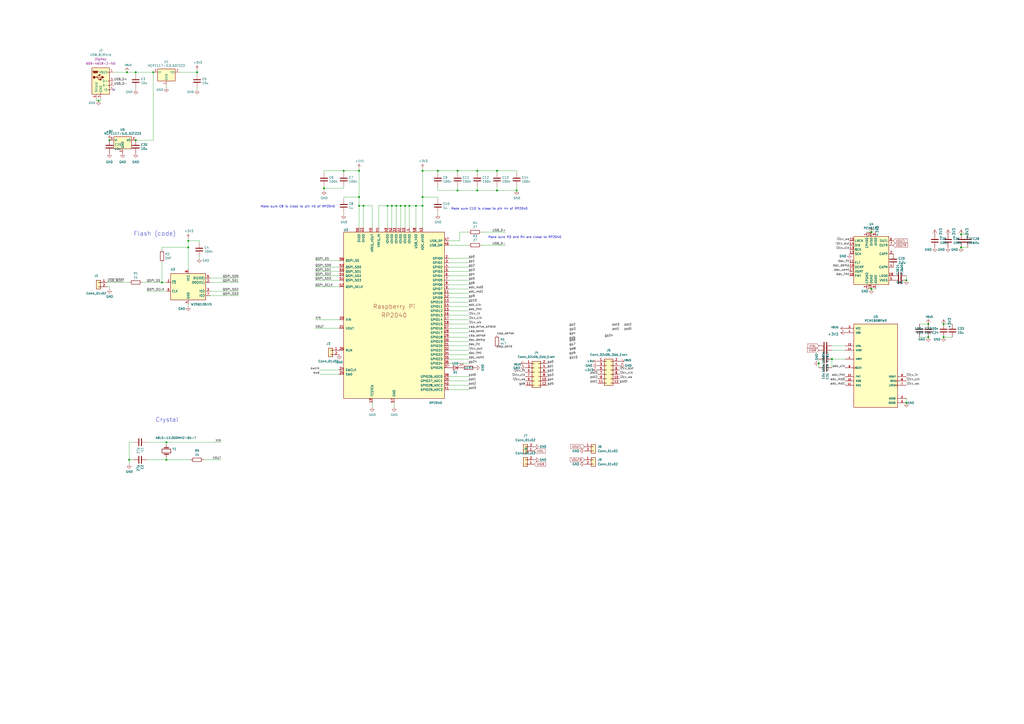
<source format=kicad_sch>
(kicad_sch (version 20211123) (generator eeschema)
  (paper "A2")
  (title_block (title "Tone Ale X") (date "2022-04-29") (rev "0") (company "Tone Age Technology"))
  (junction (at 557.53 135.89))
  (junction (at 288.29 99.06))
  (junction (at 57.15 58.42))
  (junction (at 93.98 163.83))
  (junction (at 229.87 119.38))
  (junction (at 245.11 99.06))
  (junction (at 74.93 266.7))
  (junction (at 276.86 110.49))
  (junction (at 109.22 139.7))
  (junction (at 208.28 114.3))
  (junction (at 241.3 119.38))
  (junction (at 505.46 167.64))
  (junction (at 254 99.06))
  (junction (at 187.96 109.22))
  (junction (at 557.53 143.51))
  (junction (at 232.41 119.38))
  (junction (at 265.43 99.06))
  (junction (at 482.6 208.28))
  (junction (at 547.37 187.96))
  (junction (at 210.82 119.38))
  (junction (at 234.95 119.38))
  (junction (at 299.72 110.49))
  (junction (at 208.28 99.06))
  (junction (at 78.74 41.91))
  (junction (at 114.3 41.91))
  (junction (at 63.5 81.28))
  (junction (at 245.11 114.3))
  (junction (at 224.79 119.38))
  (junction (at 73.66 41.91))
  (junction (at 474.98 210.82))
  (junction (at 237.49 119.38))
  (junction (at 538.48 195.58))
  (junction (at 265.43 110.49))
  (junction (at 96.52 266.7))
  (junction (at 288.29 110.49))
  (junction (at 525.78 162.56))
  (junction (at 199.39 99.06))
  (junction (at 208.28 119.38))
  (junction (at 88.9 41.91))
  (junction (at 538.48 187.96))
  (junction (at 505.46 134.62))
  (junction (at 227.33 119.38))
  (junction (at 96.52 256.54))
  (junction (at 547.37 195.58))
  (junction (at 109.22 143.51))
  (junction (at 78.74 81.28))
  (junction (at 276.86 99.06))
  (junction (at 245.11 119.38))
  (junction (at 525.78 233.68))
  (no_connect (at 66.04 52.07))
  (wire (pts (xy 299.72 110.49) (xy 288.29 110.49)))
  (wire (pts (xy 121.92 161.29) (xy 138.43 161.29)))
  (wire (pts (xy 182.88 162.56) (xy 196.85 162.56)))
  (wire (pts (xy 260.35 200.66) (xy 271.78 200.66)))
  (wire (pts (xy 208.28 97.79) (xy 208.28 99.06)))
  (wire (pts (xy 241.3 119.38) (xy 245.11 119.38)))
  (wire (pts (xy 227.33 132.08) (xy 227.33 119.38)))
  (wire (pts (xy 265.43 107.95) (xy 265.43 110.49)))
  (wire (pts (xy 237.49 119.38) (xy 241.3 119.38)))
  (wire (pts (xy 260.35 190.5) (xy 271.78 190.5)))
  (wire (pts (xy 93.98 143.51) (xy 109.22 143.51)))
  (wire (pts (xy 199.39 100.33) (xy 199.39 99.06)))
  (wire (pts (xy 115.57 148.59) (xy 115.57 149.86)))
  (wire (pts (xy 254 100.33) (xy 254 99.06)))
  (wire (pts (xy 88.9 81.28) (xy 88.9 41.91)))
  (wire (pts (xy 185.42 217.17) (xy 196.85 217.17)))
  (wire (pts (xy 82.55 163.83) (xy 93.98 163.83)))
  (wire (pts (xy 276.86 99.06) (xy 288.29 99.06)))
  (wire (pts (xy 245.11 114.3) (xy 254 114.3)))
  (wire (pts (xy 232.41 132.08) (xy 232.41 119.38)))
  (wire (pts (xy 93.98 163.83) (xy 96.52 163.83)))
  (wire (pts (xy 288.29 100.33) (xy 288.29 99.06)))
  (wire (pts (xy 260.35 157.48) (xy 271.78 157.48)))
  (wire (pts (xy 276.86 110.49) (xy 265.43 110.49)))
  (wire (pts (xy 78.74 50.8) (xy 78.74 52.07)))
  (wire (pts (xy 260.35 198.12) (xy 271.78 198.12)))
  (wire (pts (xy 121.92 168.91) (xy 138.43 168.91)))
  (wire (pts (xy 245.11 99.06) (xy 245.11 114.3)))
  (wire (pts (xy 182.88 157.48) (xy 196.85 157.48)))
  (wire (pts (xy 228.6 233.68) (xy 228.6 236.22)))
  (wire (pts (xy 187.96 100.33) (xy 187.96 99.06)))
  (wire (pts (xy 58.42 57.15) (xy 58.42 58.42)))
  (wire (pts (xy 96.52 265.43) (xy 96.52 266.7)))
  (wire (pts (xy 276.86 107.95) (xy 276.86 110.49)))
  (wire (pts (xy 208.28 119.38) (xy 208.28 132.08)))
  (wire (pts (xy 260.35 167.64) (xy 271.78 167.64)))
  (wire (pts (xy 241.3 132.08) (xy 241.3 119.38)))
  (wire (pts (xy 74.93 256.54) (xy 74.93 266.7)))
  (wire (pts (xy 232.41 119.38) (xy 234.95 119.38)))
  (wire (pts (xy 215.9 119.38) (xy 210.82 119.38)))
  (wire (pts (xy 260.35 149.86) (xy 271.78 149.86)))
  (wire (pts (xy 96.52 49.53) (xy 96.52 50.8)))
  (wire (pts (xy 58.42 58.42) (xy 57.15 58.42)))
  (wire (pts (xy 77.47 256.54) (xy 74.93 256.54)))
  (wire (pts (xy 182.88 185.42) (xy 196.85 185.42)))
  (wire (pts (xy 260.35 177.8) (xy 271.78 177.8)))
  (wire (pts (xy 245.11 99.06) (xy 254 99.06)))
  (wire (pts (xy 199.39 99.06) (xy 208.28 99.06)))
  (wire (pts (xy 260.35 185.42) (xy 271.78 185.42)))
  (wire (pts (xy 260.35 220.98) (xy 271.78 220.98)))
  (wire (pts (xy 561.34 135.89) (xy 557.53 135.89)))
  (wire (pts (xy 260.35 203.2) (xy 271.78 203.2)))
  (wire (pts (xy 266.7 134.62) (xy 271.78 134.62)))
  (wire (pts (xy 299.72 107.95) (xy 299.72 110.49)))
  (wire (pts (xy 196.85 166.37) (xy 182.88 166.37)))
  (wire (pts (xy 288.29 99.06) (xy 299.72 99.06)))
  (wire (pts (xy 482.6 203.2) (xy 490.22 203.2)))
  (wire (pts (xy 260.35 218.44) (xy 271.78 218.44)))
  (wire (pts (xy 265.43 99.06) (xy 276.86 99.06)))
  (wire (pts (xy 199.39 115.57) (xy 199.39 114.3)))
  (wire (pts (xy 260.35 154.94) (xy 271.78 154.94)))
  (wire (pts (xy 227.33 119.38) (xy 229.87 119.38)))
  (wire (pts (xy 260.35 175.26) (xy 271.78 175.26)))
  (wire (pts (xy 482.6 208.28) (xy 482.6 213.36)))
  (wire (pts (xy 260.35 139.7) (xy 266.7 139.7)))
  (wire (pts (xy 88.9 41.91) (xy 78.74 41.91)))
  (wire (pts (xy 474.98 208.28) (xy 474.98 210.82)))
  (wire (pts (xy 187.96 99.06) (xy 199.39 99.06)))
  (wire (pts (xy 245.11 114.3) (xy 245.11 119.38)))
  (wire (pts (xy 187.96 109.22) (xy 187.96 110.49)))
  (wire (pts (xy 502.92 134.62) (xy 505.46 134.62)))
  (wire (pts (xy 260.35 142.24) (xy 271.78 142.24)))
  (wire (pts (xy 78.74 81.28) (xy 88.9 81.28)))
  (wire (pts (xy 260.35 205.74) (xy 271.78 205.74)))
  (wire (pts (xy 109.22 176.53) (xy 109.22 177.8)))
  (wire (pts (xy 96.52 256.54) (xy 128.27 256.54)))
  (wire (pts (xy 85.09 266.7) (xy 96.52 266.7)))
  (wire (pts (xy 215.9 132.08) (xy 215.9 119.38)))
  (wire (pts (xy 199.39 123.19) (xy 199.39 124.46)))
  (wire (pts (xy 182.88 160.02) (xy 196.85 160.02)))
  (wire (pts (xy 299.72 100.33) (xy 299.72 99.06)))
  (wire (pts (xy 234.95 119.38) (xy 237.49 119.38)))
  (wire (pts (xy 109.22 143.51) (xy 109.22 156.21)))
  (wire (pts (xy 260.35 172.72) (xy 271.78 172.72)))
  (wire (pts (xy 121.92 171.45) (xy 138.43 171.45)))
  (wire (pts (xy 215.9 233.68) (xy 215.9 236.22)))
  (wire (pts (xy 260.35 152.4) (xy 271.78 152.4)))
  (wire (pts (xy 196.85 151.13) (xy 182.88 151.13)))
  (wire (pts (xy 96.52 266.7) (xy 110.49 266.7)))
  (wire (pts (xy 525.78 231.14) (xy 525.78 233.68)))
  (wire (pts (xy 210.82 119.38) (xy 208.28 119.38)))
  (wire (pts (xy 187.96 107.95) (xy 187.96 109.22)))
  (wire (pts (xy 74.93 266.7) (xy 74.93 269.24)))
  (wire (pts (xy 121.92 163.83) (xy 138.43 163.83)))
  (wire (pts (xy 210.82 132.08) (xy 210.82 119.38)))
  (wire (pts (xy 109.22 139.7) (xy 109.22 143.51)))
  (wire (pts (xy 260.35 226.06) (xy 271.78 226.06)))
  (wire (pts (xy 254 123.19) (xy 254 124.46)))
  (wire (pts (xy 561.34 143.51) (xy 557.53 143.51)))
  (wire (pts (xy 96.52 257.81) (xy 96.52 256.54)))
  (wire (pts (xy 265.43 100.33) (xy 265.43 99.06)))
  (wire (pts (xy 66.04 41.91) (xy 73.66 41.91)))
  (wire (pts (xy 505.46 167.64) (xy 508 167.64)))
  (wire (pts (xy 260.35 165.1) (xy 271.78 165.1)))
  (wire (pts (xy 114.3 50.8) (xy 114.3 52.07)))
  (wire (pts (xy 547.37 187.96) (xy 552.45 187.96)))
  (wire (pts (xy 547.37 195.58) (xy 552.45 195.58)))
  (wire (pts (xy 288.29 110.49) (xy 276.86 110.49)))
  (wire (pts (xy 104.14 41.91) (xy 114.3 41.91)))
  (wire (pts (xy 182.88 154.94) (xy 196.85 154.94)))
  (wire (pts (xy 114.3 41.91) (xy 114.3 40.64)))
  (wire (pts (xy 260.35 180.34) (xy 271.78 180.34)))
  (wire (pts (xy 208.28 99.06) (xy 208.28 114.3)))
  (wire (pts (xy 254 99.06) (xy 265.43 99.06)))
  (wire (pts (xy 260.35 195.58) (xy 271.78 195.58)))
  (wire (pts (xy 533.4 187.96) (xy 538.48 187.96)))
  (wire (pts (xy 260.35 162.56) (xy 271.78 162.56)))
  (wire (pts (xy 260.35 193.04) (xy 271.78 193.04)))
  (wire (pts (xy 254 107.95) (xy 254 110.49)))
  (wire (pts (xy 115.57 139.7) (xy 109.22 139.7)))
  (wire (pts (xy 224.79 119.38) (xy 227.33 119.38)))
  (wire (pts (xy 114.3 43.18) (xy 114.3 41.91)))
  (wire (pts (xy 260.35 187.96) (xy 271.78 187.96)))
  (wire (pts (xy 219.71 119.38) (xy 224.79 119.38)))
  (wire (pts (xy 260.35 160.02) (xy 271.78 160.02)))
  (wire (pts (xy 276.86 100.33) (xy 276.86 99.06)))
  (wire (pts (xy 245.11 97.79) (xy 245.11 99.06)))
  (wire (pts (xy 74.93 163.83) (xy 62.23 163.83)))
  (wire (pts (xy 62.23 166.37) (xy 63.5 166.37)))
  (wire (pts (xy 85.09 256.54) (xy 96.52 256.54)))
  (wire (pts (xy 237.49 119.38) (xy 237.49 132.08)))
  (wire (pts (xy 482.6 200.66) (xy 490.22 200.66)))
  (wire (pts (xy 224.79 132.08) (xy 224.79 119.38)))
  (wire (pts (xy 85.09 168.91) (xy 96.52 168.91)))
  (wire (pts (xy 219.71 132.08) (xy 219.71 119.38)))
  (wire (pts (xy 260.35 170.18) (xy 271.78 170.18)))
  (wire (pts (xy 288.29 107.95) (xy 288.29 110.49)))
  (wire (pts (xy 234.95 132.08) (xy 234.95 119.38)))
  (wire (pts (xy 229.87 132.08) (xy 229.87 119.38)))
  (wire (pts (xy 196.85 190.5) (xy 182.88 190.5)))
  (wire (pts (xy 118.11 266.7) (xy 128.27 266.7)))
  (wire (pts (xy 63.5 166.37) (xy 63.5 167.64)))
  (wire (pts (xy 533.4 195.58) (xy 538.48 195.58)))
  (wire (pts (xy 208.28 114.3) (xy 208.28 119.38)))
  (wire (pts (xy 77.47 266.7) (xy 74.93 266.7)))
  (wire (pts (xy 502.92 167.64) (xy 505.46 167.64)))
  (wire (pts (xy 199.39 109.22) (xy 199.39 107.95)))
  (wire (pts (xy 115.57 140.97) (xy 115.57 139.7)))
  (wire (pts (xy 260.35 223.52) (xy 271.78 223.52)))
  (wire (pts (xy 78.74 43.18) (xy 78.74 41.91)))
  (wire (pts (xy 185.42 214.63) (xy 196.85 214.63)))
  (wire (pts (xy 245.11 119.38) (xy 245.11 132.08)))
  (wire (pts (xy 260.35 208.28) (xy 271.78 208.28)))
  (wire (pts (xy 474.98 210.82) (xy 474.98 213.36)))
  (wire (pts (xy 93.98 144.78) (xy 93.98 143.51)))
  (wire (pts (xy 265.43 110.49) (xy 254 110.49)))
  (wire (pts (xy 55.88 57.15) (xy 55.88 58.42)))
  (wire (pts (xy 229.87 119.38) (xy 232.41 119.38)))
  (wire (pts (xy 199.39 114.3) (xy 208.28 114.3)))
  (wire (pts (xy 279.4 142.24) (xy 293.37 142.24)))
  (wire (pts (xy 279.4 134.62) (xy 293.37 134.62)))
  (wire (pts (xy 254 115.57) (xy 254 114.3)))
  (wire (pts (xy 93.98 152.4) (xy 93.98 163.83)))
  (wire (pts (xy 260.35 210.82) (xy 271.78 210.82)))
  (wire (pts (xy 482.6 208.28) (xy 490.22 208.28)))
  (wire (pts (xy 187.96 109.22) (xy 199.39 109.22)))
  (wire (pts (xy 525.78 162.56) (xy 525.78 160.02)))
  (wire (pts (xy 57.15 58.42) (xy 55.88 58.42)))
  (wire (pts (xy 73.66 41.91) (xy 78.74 41.91)))
  (wire (pts (xy 260.35 182.88) (xy 271.78 182.88)))
  (wire (pts (xy 266.7 134.62) (xy 266.7 139.7)))
  (wire (pts (xy 109.22 138.43) (xy 109.22 139.7)))
  (wire (pts (xy 508 134.62) (xy 505.46 134.62)))
  (text "Flash (code)" (at 77.47 137.16 0) (effects (font (size 2.54 2.54)) (justify left bottom)))
  (text "Make sure R3 and R4 are close to RP2040" (at 283.21 138.43 0) (effects (font (size 1.27 1.27)) (justify left bottom)))
  (text "Crystal" (at 90.17 245.11 0) (effects (font (size 2.54 2.54)) (justify left bottom)))
  (text "Make sure C10 is close to pin 44 of RP2040" (at 261.62 121.92 0) (effects (font (size 1.27 1.27)) (justify left bottom)))
  (text "Make sure C8 is close to pin 45 of RP2040" (at 151.13 120.65 0) (effects (font (size 1.27 1.27)) (justify left bottom)))
  (label "dac_xsmt" (at 271.78 208.28 0))
  (label "XIN" (at 182.88 185.42 0))
  (label "gp4" (at 317.5 220.98 0))
  (label "dac_fmt" (at 271.78 205.74 0))
  (label "gp9" (at 271.78 172.72 0))
  (label "dac_fmt" (at 492.76 160.02 180))
  (label "pot0" (at 359.41 222.25 0))
  (label "dac_xsmt" (at 492.76 157.48 180))
  (label "dac_flt" (at 271.78 200.66 0))
  (label "XOUT" (at 182.88 190.5 0))
  (label "QSPI_SD1" (at 182.88 157.48 0))
  (label "gp5" (at 317.5 223.52 0))
  (label "gp5" (at 330.2 196.85 0))
  (label "adc_clk" (at 490.22 213.36 180))
  (label "cap_sense" (at 271.78 195.58 0))
  (label "QSPI_SS" (at 85.09 163.83 0))
  (label "cap_drive_shield" (at 271.78 190.5 0))
  (label "gp4" (at 271.78 160.02 0))
  (label "gp5" (at 271.78 162.56 0))
  (label "QSPI_SD2" (at 182.88 160.02 0))
  (label "USB_D-" (at 66.04 49.53 0))
  (label "i2cv_in" (at 304.8 215.9 180))
  (label "gp3" (at 334.01 191.77 180))
  (label "pot1" (at 346.71 222.25 180))
  (label "i2cv_ws" (at 492.76 139.7 180))
  (label "i2cv_out" (at 359.41 214.63 0))
  (label "gp6" (at 271.78 165.1 0))
  (label "swclk" (at 185.42 214.63 180))
  (label "gp3" (at 271.78 157.48 0))
  (label "QSPI_SD2" (at 138.43 168.91 180))
  (label "i2cv_clk" (at 271.78 185.42 0))
  (label "swd" (at 185.42 217.17 180))
  (label "cap_sense" (at 288.29 194.31 0))
  (label "~{USB_BOOT}" (at 62.23 163.83 0))
  (label "i2cv_ws" (at 304.8 220.98 180))
  (label "i2cv_ws" (at 271.78 187.96 0))
  (label "QSPI_SCLK" (at 85.09 168.91 0))
  (label "QSPI_SD1" (at 138.43 163.83 180))
  (label "gp1" (at 271.78 152.4 0))
  (label "adc_clk" (at 271.78 177.8 0))
  (label "i2cv_in" (at 525.78 218.44 0))
  (label "pot3" (at 359.41 189.23 180))
  (label "adc_md0" (at 490.22 220.98 180))
  (label "XIN" (at 128.27 256.54 180))
  (label "gp2" (at 317.5 215.9 0))
  (label "QSPI_SCLK" (at 182.88 166.37 0))
  (label "i2cv_in" (at 271.78 182.88 0))
  (label "dac_demp" (at 492.76 154.94 180))
  (label "gp10" (at 330.2 208.28 0))
  (label "gp8" (at 334.01 203.2 180))
  (label "cap_send" (at 288.29 201.93 0))
  (label "i2cv_ws" (at 359.41 219.71 0))
  (label "gp9" (at 330.2 205.74 0))
  (label "pot1" (at 271.78 220.98 0))
  (label "adc_fmt" (at 490.22 218.44 180))
  (label "gp2" (at 330.2 189.23 0))
  (label "USB_D-" (at 293.37 142.24 180))
  (label "USB_D+" (at 66.04 46.99 0))
  (label "QSPI_SD0" (at 138.43 161.29 180))
  (label "i2cv_out" (at 492.76 142.24 180))
  (label "i2cv_clk" (at 525.78 220.98 0))
  (label "pot2" (at 271.78 223.52 0))
  (label "adc_md1" (at 271.78 170.18 0))
  (label "gp1" (at 317.5 213.36 0))
  (label "gp3" (at 317.5 218.44 0))
  (label "cap_send" (at 271.78 193.04 0))
  (label "gp6" (at 304.8 223.52 180))
  (label "i2cv_out" (at 271.78 203.2 0))
  (label "pot0" (at 271.78 218.44 0))
  (label "QSPI_SD3" (at 182.88 162.56 0))
  (label "pot2" (at 361.95 189.23 0))
  (label "QSPI_SD3" (at 138.43 171.45 180))
  (label "gp4" (at 330.2 194.31 0))
  (label "pot3" (at 346.71 217.17 180))
  (label "dac_flt" (at 492.76 152.4 180))
  (label "XOUT" (at 128.27 266.7 180))
  (label "QSPI_SD0" (at 182.88 154.94 0))
  (label "gp0" (at 317.5 210.82 0))
  (label "gp24" (at 271.78 210.82 0))
  (label "adc_md0" (at 271.78 167.64 0))
  (label "pot0" (at 361.95 191.77 0))
  (label "adc_fmt" (at 271.78 180.34 0))
  (label "gp7" (at 330.2 200.66 0))
  (label "adc_md1" (at 490.22 223.52 180))
  (label "gp2" (at 271.78 154.94 0))
  (label "QSPI_SS" (at 182.88 151.13 0))
  (label "i2cv_clk" (at 304.8 218.44 180))
  (label "pot1" (at 359.41 191.77 180))
  (label "gp24" (at 355.6 195.58 180))
  (label "dac_demp" (at 271.78 198.12 0))
  (label "USB_D+" (at 293.37 134.62 180))
  (label "gp10" (at 271.78 175.26 0))
  (label "i2cv_clk" (at 492.76 144.78 180))
  (label "i2cv_clk" (at 359.41 217.17 0))
  (label "pot2" (at 346.71 219.71 180))
  (label "gp6" (at 330.2 198.12 0))
  (label "gp0" (at 271.78 149.86 0))
  (label "pot3" (at 271.78 226.06 0))
  (label "i2cv_ws" (at 525.78 223.52 0))
  (global_label "VINR" (shape input) (at 309.88 269.24 0) (property "Intersheet References" "${INTERSHEET_REFS}" (effects hide)))
  (global_label "VOUTR" (shape input) (at 518.16 142.24 0) (property "Intersheet References" "${INTERSHEET_REFS}" (effects hide)))
  (global_label "VINL" (shape input) (at 474.98 200.66 180) (property "Intersheet References" "${INTERSHEET_REFS}" (effects hide)))
  (global_label "VINR" (shape input) (at 474.98 203.2 180) (property "Intersheet References" "${INTERSHEET_REFS}" (effects hide)))
  (global_label "VOUTL" (shape input) (at 518.16 139.7 0) (property "Intersheet References" "${INTERSHEET_REFS}" (effects hide)))
  (global_label "VOUTR" (shape input) (at 339.09 266.7 180) (property "Intersheet References" "${INTERSHEET_REFS}" (effects hide)))
  (global_label "VOUTL" (shape input) (at 339.09 259.08 180) (property "Intersheet References" "${INTERSHEET_REFS}" (effects hide)))
  (global_label "VINL" (shape input) (at 309.88 261.62 0) (property "Intersheet References" "${INTERSHEET_REFS}" (effects hide)))
  (symbol (lib_id "Device:R") (at 275.59 142.24 270) (unit 1)
    (property "Reference" "R3" (at 275.59 136.9822 90))
    (property "Value" "27" (at 275.59 139.2936 90))
    (property "Footprint" "Capacitor_SMD:C_0402_1005Metric" (effects hide))
  )
  (symbol (lib_id "Device:C") (at 518.16 151.13 0) (unit 1)
    (property "Reference" "C20" (at 521.081 149.9616 0) (effects (justify left)))
    (property "Value" "2.2u" (at 521.081 152.273 0) (effects (justify left)))
    (property "Footprint" "Capacitor_SMD:C_0402_1005Metric" (effects hide))
  )
  (symbol (lib_id "power:GND") (at 78.74 88.9 0) (unit 1)
    (property "Reference" "#PWR0120" (effects hide))
    (property "Value" "GND" (at 78.74 93.98 0))
  )
  (symbol (lib_id "power:GND") (at 215.9 236.22 0) (unit 1)
    (property "Reference" "#PWR0108" (effects hide))
    (property "Value" "GND" (at 216.027 240.6142 0))
  )
  (symbol (lib_id "power:+9V") (at 346.71 209.55 90) (unit 1)
    (property "Reference" "#PWR0136" (effects hide))
    (property "Value" "+9V" (at 340.36 209.55 90) (effects (justify right)))
  )
  (symbol (lib_id "power:GND") (at 304.8 213.36 270) (unit 1)
    (property "Reference" "#PWR0139" (effects hide))
    (property "Value" "GND" (at 299.72 213.36 90))
  )
  (symbol (lib_id "Connector_Generic:Conn_01x02") (at 304.8 269.24 180) (unit 1)
    (property "Reference" "J8" (at 304.8 260.35 0))
    (property "Value" "Conn_01x02" (at 304.8 262.89 0))
    (property "Footprint" "mylib:acjm_mhdr" (effects hide))
  )
  (symbol (lib_id "Device:C") (at 115.57 144.78 0) (unit 1)
    (property "Reference" "C4" (at 118.491 143.6116 0) (effects (justify left)))
    (property "Value" "100n" (at 118.491 145.923 0) (effects (justify left)))
    (property "Footprint" "Capacitor_SMD:C_0402_1005Metric" (effects hide))
  )
  (symbol (lib_id "Adafruit_ItsyBitsy_M0-eagle-import:VBUS") (at 302.26 210.82 90) (unit 1)
    (property "Reference" "#U$0105" (effects hide))
    (property "Value" "VBUS" (at 302.26 210.82 90) (effects (font (size 1.0668 1.0668)) (justify left bottom)))
  )
  (symbol (lib_id "power:GND") (at 505.46 167.64 0) (unit 1)
    (property "Reference" "#PWR0132" (effects hide))
    (property "Value" "GND" (at 501.65 168.91 0))
  )
  (symbol (lib_id "Device:C") (at 557.53 139.7 0) (unit 1)
    (property "Reference" "C27" (at 560.451 138.5316 0) (effects (justify left)))
    (property "Value" "100n" (at 560.451 140.843 0) (effects (justify left)))
    (property "Footprint" "Capacitor_SMD:C_0402_1005Metric" (effects hide))
  )
  (symbol (lib_id "Device:R") (at 288.29 198.12 0) (unit 1)
    (property "Reference" "R6" (at 290.068 196.9516 0) (effects (justify left)))
    (property "Value" "4k7" (at 290.068 199.263 0) (effects (justify left)))
    (property "Footprint" "Capacitor_SMD:C_0402_1005Metric" (effects hide))
  )
  (symbol (lib_id "Device:C") (at 521.97 160.02 90) (unit 1)
    (property "Reference" "C21" (at 520.8016 157.099 0) (effects (justify left)))
    (property "Value" "100n" (at 523.113 157.099 0) (effects (justify left)))
    (property "Footprint" "Capacitor_SMD:C_0402_1005Metric" (effects hide))
  )
  (symbol (lib_id "Device:C") (at 199.39 104.14 0) (unit 1)
    (property "Reference" "C7" (at 202.311 102.9716 0) (effects (justify left)))
    (property "Value" "100n" (at 202.311 105.283 0) (effects (justify left)))
    (property "Footprint" "Capacitor_SMD:C_0402_1005Metric" (effects hide))
  )
  (symbol (lib_id "Connector_Generic:Conn_01x02") (at 57.15 163.83 0) (mirror y) (unit 1)
    (property "Reference" "J1" (at 55.88 160.02 0))
    (property "Value" "Conn_01x02" (at 55.88 170.18 0))
    (property "Footprint" "Jumper:SolderJumper-2_P1.3mm_Open_TrianglePad1.0x1.5mm" (effects hide))
  )
  (symbol (lib_id "Connector_Generic:Conn_02x06_Odd_Even") (at 309.88 215.9 0) (unit 1)
    (property "Reference" "J4" (at 311.15 204.47 0))
    (property "Value" "Conn_02x06_Odd_Even" (at 311.15 207.01 0))
    (property "Footprint" "Connector_PinHeader_2.54mm:PinHeader_2x06_P2.54mm_Vertical" (effects hide))
  )
  (symbol (lib_id "power:GND") (at 254 124.46 0) (unit 1)
    (property "Reference" "#PWR0110" (effects hide))
    (property "Value" "GND" (at 254.127 128.8542 0))
  )
  (symbol (lib_id "Device:C") (at 265.43 104.14 0) (unit 1)
    (property "Reference" "C11" (at 268.351 102.9716 0) (effects (justify left)))
    (property "Value" "100n" (at 268.351 105.283 0) (effects (justify left)))
    (property "Footprint" "Capacitor_SMD:C_0402_1005Metric" (effects hide))
  )
  (symbol (lib_id "Device:C") (at 478.79 203.2 270) (unit 1)
    (property "Reference" "C18" (at 479.9584 206.121 0) (effects (justify left)))
    (property "Value" "100n" (at 477.647 206.121 0) (effects (justify left)))
    (property "Footprint" "Capacitor_SMD:C_0402_1005Metric" (effects hide))
  )
  (symbol (lib_id "power:GND") (at 309.88 259.08 90) (unit 1)
    (property "Reference" "#PWR0141" (effects hide))
    (property "Value" "GND" (at 314.96 259.08 90))
  )
  (symbol (lib_id "Device:C") (at 78.74 46.99 0) (unit 1)
    (property "Reference" "C3" (at 81.661 45.8216 0) (effects (justify left)))
    (property "Value" "10u" (at 81.661 48.133 0) (effects (justify left)))
    (property "Footprint" "Capacitor_SMD:C_0805_2012Metric" (effects hide))
  )
  (symbol (lib_id "Device:C") (at 254 104.14 0) (unit 1)
    (property "Reference" "C9" (at 256.921 102.9716 0) (effects (justify left)))
    (property "Value" "100n" (at 256.921 105.283 0) (effects (justify left)))
    (property "Footprint" "Capacitor_SMD:C_0402_1005Metric" (effects hide))
  )
  (symbol (lib_id "Device:R") (at 93.98 148.59 0) (unit 1)
    (property "Reference" "R2" (at 95.758 147.4216 0) (effects (justify left)))
    (property "Value" "DNF" (at 95.758 149.733 0) (effects (justify left)))
    (property "Footprint" "Capacitor_SMD:C_0402_1005Metric" (effects hide))
  )
  (symbol (lib_id "Device:C") (at 478.79 213.36 270) (unit 1)
    (property "Reference" "C31" (at 479.9584 216.281 0) (effects (justify left)))
    (property "Value" "10u" (at 477.647 216.281 0) (effects (justify left)))
    (property "Footprint" "Capacitor_THT:CP_Radial_D4.0mm_P1.50mm" (effects hide))
  )
  (symbol (lib_id "power:GND") (at 57.15 58.42 0) (unit 1)
    (property "Reference" "#PWR0121" (effects hide))
    (property "Value" "GND" (at 53.34 59.69 0))
  )
  (symbol (lib_id "Device:C") (at 299.72 104.14 0) (unit 1)
    (property "Reference" "C14" (at 302.641 102.9716 0) (effects (justify left)))
    (property "Value" "100n" (at 302.641 105.283 0) (effects (justify left)))
    (property "Footprint" "Capacitor_SMD:C_0402_1005Metric" (effects hide))
  )
  (symbol (lib_id "power:GND") (at 359.41 212.09 90) (unit 1)
    (property "Reference" "#PWR0140" (effects hide))
    (property "Value" "GND" (at 364.49 212.09 90))
  )
  (symbol (lib_id "Adafruit_ItsyBitsy_M0-eagle-import:+3V3") (at 547.37 185.42 0) (mirror y) (unit 1)
    (property "Reference" "#+3V0106" (effects hide))
    (property "Value" "+3V3" (at 549.91 190.5 90) (effects (font (size 1.4986 1.4986)) (justify left bottom)))
  )
  (symbol (lib_id "Device:R") (at 114.3 266.7 270) (unit 1)
    (property "Reference" "R5" (at 114.3 261.4422 90))
    (property "Value" "1k" (at 114.3 263.7536 90))
    (property "Footprint" "Capacitor_SMD:C_0402_1005Metric" (effects hide))
  )
  (symbol (lib_id "Connector_Generic:Conn_01x02") (at 304.8 261.62 180) (unit 1)
    (property "Reference" "J7" (at 304.8 252.73 0))
    (property "Value" "Conn_01x02" (at 304.8 255.27 0))
    (property "Footprint" "mylib:acjm_mhdr" (effects hide))
  )
  (symbol (lib_id "Device:C") (at 63.5 85.09 0) (unit 1)
    (property "Reference" "C29" (at 66.421 83.9216 0) (effects (justify left)))
    (property "Value" "10u" (at 66.421 86.233 0) (effects (justify left)))
    (property "Footprint" "Capacitor_SMD:C_0805_2012Metric" (effects hide))
  )
  (symbol (lib_id "Connector_Generic:Conn_01x02") (at 191.77 203.2 0) (mirror y) (unit 1)
    (property "Reference" "J3" (at 190.5 199.39 0))
    (property "Value" "Conn_01x02" (at 190.5 209.55 0))
    (property "Footprint" "Jumper:SolderJumper-2_P1.3mm_Open_TrianglePad1.0x1.5mm" (effects hide))
  )
  (symbol (lib_id "Device:C") (at 114.3 46.99 0) (unit 1)
    (property "Reference" "C5" (at 117.221 45.8216 0) (effects (justify left)))
    (property "Value" "10u" (at 117.221 48.133 0) (effects (justify left)))
    (property "Footprint" "Capacitor_SMD:C_0805_2012Metric" (effects hide))
  )
  (symbol (lib_id "power:GND") (at 547.37 195.58 0) (unit 1)
    (property "Reference" "#PWR0123" (effects hide))
    (property "Value" "GND" (at 543.56 196.85 0))
  )
  (symbol (lib_id "power:GND") (at 474.98 210.82 270) (unit 1)
    (property "Reference" "#PWR0125" (effects hide))
    (property "Value" "GND" (at 473.71 207.01 0))
  )
  (symbol (lib_id "Device:C") (at 542.29 139.7 0) (unit 1)
    (property "Reference" "C25" (at 545.211 138.5316 0) (effects (justify left)))
    (property "Value" "100n" (at 545.211 140.843 0) (effects (justify left)))
    (property "Footprint" "Capacitor_SMD:C_0402_1005Metric" (effects hide))
  )
  (symbol (lib_id "power:GND") (at 525.78 162.56 0) (unit 1)
    (property "Reference" "#PWR0127" (effects hide))
    (property "Value" "GND" (at 521.97 163.83 0))
  )
  (symbol (lib_id "Adafruit_ItsyBitsy_M0-eagle-import:+3V3") (at 549.91 133.35 0) (mirror y) (unit 1)
    (property "Reference" "#+3V0103" (effects hide))
    (property "Value" "+3V3" (at 552.45 138.43 90) (effects (font (size 1.4986 1.4986)) (justify left bottom)))
  )
  (symbol (lib_id "Regulator_Linear:NCP1117-3.3_SOT223") (at 71.12 81.28 0) (unit 1)
    (property "Reference" "U6" (at 71.12 75.1332 0))
    (property "Value" "NCP1117-5.0_SOT223" (at 71.12 77.4446 0))
    (property "Footprint" "Package_TO_SOT_SMD:SOT-223-3_TabPin2" (effects hide))
    (property "Datasheet" "http://www.onsemi.com/pub_link/Collateral/NCP1117-D.PDF" (effects hide))
  )
  (symbol (lib_id "Adafruit_ItsyBitsy_M0-eagle-import:VBUS") (at 73.66 39.37 0) (unit 1)
    (property "Reference" "#U$0101" (effects hide))
    (property "Value" "VBUS" (at 72.136 38.354 0) (effects (font (size 1.0668 1.0668)) (justify left bottom)))
  )
  (symbol (lib_id "Device:R") (at 78.74 163.83 270) (unit 1)
    (property "Reference" "R1" (at 78.74 158.5722 90))
    (property "Value" "1k" (at 78.74 160.8836 90))
    (property "Footprint" "Capacitor_SMD:C_0402_1005Metric" (effects hide))
  )
  (symbol (lib_id "Device:Crystal") (at 96.52 261.62 270) (unit 1)
    (property "Reference" "Y1" (at 99.8474 260.4516 90) (effects (justify left)))
    (property "Value" "ABLS-12.000MHZ-B4-T" (at 90.17 254 90) (effects (justify left)))
    (property "Footprint" "Shared:ABLS_crystal_12.7x04.7" (effects hide))
    (property "Datasheet" "https://abracon.com/Resonators/ABLS.pdf" (effects hide))
    (property "Part Nr" "535-10218-2-ND (digikey)" (effects hide))
  )
  (symbol (lib_id "Device:C") (at 81.28 266.7 270) (unit 1)
    (property "Reference" "C2" (at 82.4484 269.621 0) (effects (justify left)))
    (property "Value" "27p" (at 80.137 269.621 0) (effects (justify left)))
    (property "Footprint" "Capacitor_SMD:C_0402_1005Metric" (effects hide))
  )
  (symbol (lib_id ".Knowles_Connector:USB_B_Micro") (at 58.42 46.99 0) (unit 1)
    (property "Reference" "J2" (at 58.42 29.21 0))
    (property "Value" "USB_B_Micro" (at 58.42 31.75 0))
    (property "Footprint" "mylib:USB_Micro-B_Amphenol_10104110_Horizontal" (effects hide))
    (property "Datasheet" "https://www.amphenol-cs.com/media/wysiwyg/files/drawing/10118194.pdf" (effects hide))
    (property "Vendor" "Digikey" (at 58.42 34.29 0))
    (property "PN" "609-4618-2-ND" (at 58.42 36.83 0))
  )
  (symbol (lib_id "power:GND") (at 115.57 149.86 0) (unit 1)
    (property "Reference" "#PWR0102" (effects hide))
    (property "Value" "GND" (at 119.38 151.13 0))
  )
  (symbol (lib_id "power:GND") (at 71.12 88.9 0) (unit 1)
    (property "Reference" "#PWR0106" (effects hide))
    (property "Value" "GND" (at 71.12 93.98 0))
  )
  (symbol (lib_id "Device:C") (at 254 119.38 0) (unit 1)
    (property "Reference" "C10" (at 256.921 118.2116 0) (effects (justify left)))
    (property "Value" "1u" (at 256.921 120.523 0) (effects (justify left)))
    (property "Footprint" "Capacitor_SMD:C_0402_1005Metric" (effects hide))
  )
  (symbol (lib_id "power:GND") (at 309.88 266.7 90) (unit 1)
    (property "Reference" "#PWR0144" (effects hide))
    (property "Value" "GND" (at 314.96 266.7 90))
  )
  (symbol (lib_id "Device:R") (at 275.59 134.62 270) (unit 1)
    (property "Reference" "R4" (at 275.59 129.3622 90))
    (property "Value" "27" (at 275.59 131.6736 90))
    (property "Footprint" "Capacitor_SMD:C_0402_1005Metric" (effects hide))
  )
  (symbol (lib_id "Adafruit_ItsyBitsy_M0-eagle-import:+3V3") (at 505.46 132.08 0) (mirror y) (unit 1)
    (property "Reference" "#+3V0102" (effects hide))
    (property "Value" "+3V3" (at 508 137.16 90) (effects (font (size 1.4986 1.4986)) (justify left bottom)))
  )
  (symbol (lib_id "power:+1V1") (at 208.28 97.79 0) (unit 1)
    (property "Reference" "#PWR0114" (effects hide))
    (property "Value" "+1V1" (at 208.661 93.3958 0))
  )
  (symbol (lib_id "power:GND") (at 346.71 212.09 270) (unit 1)
    (property "Reference" "#PWR0135" (effects hide))
    (property "Value" "GND" (at 341.63 212.09 90))
  )
  (symbol (lib_id "power:+3V3") (at 114.3 40.64 0) (unit 1)
    (property "Reference" "#PWR0117" (effects hide))
    (property "Value" "+3V3" (at 114.681 36.2458 0))
  )
  (symbol (lib_id "Device:C") (at 187.96 104.14 0) (unit 1)
    (property "Reference" "C6" (at 190.881 102.9716 0) (effects (justify left)))
    (property "Value" "100n" (at 190.881 105.283 0) (effects (justify left)))
    (property "Footprint" "Capacitor_SMD:C_0402_1005Metric" (effects hide))
  )
  (symbol (lib_id "power:GND") (at 187.96 110.49 0) (unit 1)
    (property "Reference" "#PWR0107" (effects hide))
    (property "Value" "GND" (at 188.087 114.8842 0))
  )
  (symbol (lib_id "Connector_Generic:Conn_01x02") (at 344.17 259.08 0) (unit 1)
    (property "Reference" "J6" (at 346.71 259.0799 0) (effects (justify left)))
    (property "Value" "Conn_01x02" (at 346.71 261.6199 0) (effects (justify left)))
    (property "Footprint" "mylib:acjm_mhdr" (effects hide))
  )
  (symbol (lib_id "power:GND") (at 96.52 50.8 0) (unit 1)
    (property "Reference" "#PWR0118" (effects hide))
    (property "Value" "GND" (at 92.71 52.07 0))
  )
  (symbol (lib_id "power:GND") (at 542.29 143.51 0) (unit 1)
    (property "Reference" "#PWR0129" (effects hide))
    (property "Value" "GND" (at 538.48 144.78 0))
  )
  (symbol (lib_id "Device:R") (at 271.78 213.36 270) (unit 1)
    (property "Reference" "R7" (at 273.05 213.36 90))
    (property "Value" "1k" (at 270.51 213.36 90))
    (property "Footprint" "Capacitor_SMD:C_0402_1005Metric" (effects hide))
  )
  (symbol (lib_id "Adafruit-ItsyBitsy-M0-rescue:PCM1808PWR-PCM1808PWR") (at 508 210.82 0) (unit 1)
    (property "Reference" "U5" (at 508 183.7182 0))
    (property "Value" "PCM1808PWR" (at 508 186.0296 0))
    (property "Footprint" "pcm1808pwr:SOP65P640X120-14N" (effects hide))
    (property "PARTREV" "B" (effects hide))
    (property "MAXIMUM_PACKAGE_HEIGHT" "1.2 mm" (effects hide))
    (property "STANDARD" "IPC 7351B" (effects hide))
    (property "MANUFACTURER" "Texas Instruments" (effects hide))
  )
  (symbol (lib_id "power:GND") (at 74.93 269.24 0) (unit 1)
    (property "Reference" "#PWR0104" (effects hide))
    (property "Value" "GND" (at 75.057 273.6342 0))
  )
  (symbol (lib_id "power:GND") (at 492.76 147.32 0) (unit 1)
    (property "Reference" "#PWR0128" (effects hide))
    (property "Value" "GND" (at 488.95 148.59 0))
  )
  (symbol (lib_id "Adafruit_ItsyBitsy_M0-eagle-import:VBUS") (at 538.48 185.42 0) (unit 1)
    (property "Reference" "#U$0103" (effects hide))
    (property "Value" "VBUS" (at 536.956 184.404 0) (effects (font (size 1.0668 1.0668)) (justify left bottom)))
  )
  (symbol (lib_id "power:GND") (at 525.78 233.68 0) (unit 1)
    (property "Reference" "#PWR0122" (effects hide))
    (property "Value" "GND" (at 528.32 233.68 0))
  )
  (symbol (lib_id "Device:C") (at 276.86 104.14 0) (unit 1)
    (property "Reference" "C12" (at 279.781 102.9716 0) (effects (justify left)))
    (property "Value" "100n" (at 279.781 105.283 0) (effects (justify left)))
    (property "Footprint" "Capacitor_SMD:C_0402_1005Metric" (effects hide))
  )
  (symbol (lib_id "power:GND") (at 78.74 52.07 0) (unit 1)
    (property "Reference" "#PWR0116" (effects hide))
    (property "Value" "GND" (at 74.93 53.34 0))
  )
  (symbol (lib_id "power:GND") (at 63.5 88.9 0) (unit 1)
    (property "Reference" "#PWR0119" (effects hide))
    (property "Value" "GND" (at 63.5 93.98 0))
  )
  (symbol (lib_id "MCU_RaspberryPi_RP2040:RP2040") (at 228.6 182.88 0) (unit 1)
    (property "Reference" "U3" (at 200.66 133.35 0))
    (property "Value" "RP2040" (at 252.73 233.68 0))
    (property "Footprint" "Shared:RP2040-QFN-56" (effects hide))
    (property "Datasheet" "https://datasheets.raspberrypi.com/rp2040/rp2040-datasheet.pdf" (effects hide))
    (property "Part Nr" "2648-SC0914(13)TR-ND" (effects hide))
  )
  (symbol (lib_id "Device:C") (at 521.97 162.56 90) (unit 1)
    (property "Reference" "C22" (at 520.8016 159.639 0) (effects (justify left)))
    (property "Value" "2.2u" (at 523.113 159.639 0) (effects (justify left)))
    (property "Footprint" "Capacitor_SMD:C_0402_1005Metric" (effects hide))
  )
  (symbol (lib_id "power:GND") (at 299.72 110.49 0) (unit 1)
    (property "Reference" "#PWR0105" (effects hide))
    (property "Value" "GND" (at 299.847 114.8842 0))
  )
  (symbol (lib_id "Adafruit-ItsyBitsy-M0-rescue:PCM5102-Audio") (at 505.46 149.86 0) (unit 1)
    (property "Reference" "U4" (at 505.46 130.0226 0))
    (property "Value" "PCM5102" (at 505.46 132.334 0))
    (property "Footprint" "Package_SO:TSSOP-20_4.4x6.5mm_P0.65mm" (effects hide))
    (property "Datasheet" "http://www.ti.com/lit/ds/symlink/pcm5102.pdf" (effects hide))
  )
  (symbol (lib_id "power:GND") (at 199.39 124.46 0) (unit 1)
    (property "Reference" "#PWR0112" (effects hide))
    (property "Value" "GND" (at 199.517 128.8542 0))
  )
  (symbol (lib_id "Device:C") (at 199.39 119.38 0) (unit 1)
    (property "Reference" "C8" (at 202.311 118.2116 0) (effects (justify left)))
    (property "Value" "1u" (at 202.311 120.523 0) (effects (justify left)))
    (property "Footprint" "Capacitor_SMD:C_0402_1005Metric" (effects hide))
  )
  (symbol (lib_id "Regulator_Linear:NCP1117-3.3_SOT223") (at 96.52 41.91 0) (unit 1)
    (property "Reference" "U1" (at 96.52 35.7632 0))
    (property "Value" "NCP1117-3.3_SOT223" (at 96.52 38.0746 0))
    (property "Footprint" "Package_TO_SOT_SMD:SOT-223-3_TabPin2" (effects hide))
    (property "Datasheet" "http://www.onsemi.com/pub_link/Collateral/NCP1117-D.PDF" (effects hide))
  )
  (symbol (lib_id "Device:C") (at 549.91 139.7 0) (unit 1)
    (property "Reference" "C26" (at 552.831 138.5316 0) (effects (justify left)))
    (property "Value" "100n" (at 552.831 140.843 0) (effects (justify left)))
    (property "Footprint" "Capacitor_SMD:C_0402_1005Metric" (effects hide))
  )
  (symbol (lib_id "Adafruit_ItsyBitsy_M0-eagle-import:+3V3") (at 542.29 133.35 0) (mirror y) (unit 1)
    (property "Reference" "#+3V0104" (effects hide))
    (property "Value" "+3V3" (at 544.83 138.43 90) (effects (font (size 1.4986 1.4986)) (justify left bottom)))
  )
  (symbol (lib_id "Device:C") (at 552.45 191.77 0) (unit 1)
    (property "Reference" "C33" (at 555.371 190.6016 0) (effects (justify left)))
    (property "Value" "10u" (at 555.371 192.913 0) (effects (justify left)))
    (property "Footprint" "Capacitor_THT:CP_Radial_D4.0mm_P1.50mm" (effects hide))
  )
  (symbol (lib_id "Adafruit_ItsyBitsy_M0-eagle-import:VBUS") (at 361.95 209.55 270) (unit 1)
    (property "Reference" "#U$0102" (effects hide))
    (property "Value" "VBUS" (at 361.95 209.55 90) (effects (font (size 1.0668 1.0668)) (justify left bottom)))
  )
  (symbol (lib_id "Device:C") (at 288.29 104.14 0) (unit 1)
    (property "Reference" "C13" (at 291.211 102.9716 0) (effects (justify left)))
    (property "Value" "100n" (at 291.211 105.283 0) (effects (justify left)))
    (property "Footprint" "Capacitor_SMD:C_0402_1005Metric" (effects hide))
  )
  (symbol (lib_id "Adafruit_ItsyBitsy_M0-eagle-import:+3V3") (at 487.68 193.04 90) (unit 1)
    (property "Reference" "#+3V0107" (effects hide))
    (property "Value" "+3V3" (at 486.41 193.04 90) (effects (font (size 1.4986 1.4986)) (justify left bottom)))
  )
  (symbol (lib_id "power:GND") (at 339.09 269.24 270) (unit 1)
    (property "Reference" "#PWR0143" (effects hide))
    (property "Value" "GND" (at 334.01 269.24 90))
  )
  (symbol (lib_id "Connector_Generic:Conn_02x06_Odd_Even") (at 351.79 214.63 0) (unit 1)
    (property "Reference" "J5" (at 353.06 203.2 0))
    (property "Value" "Conn_02x06_Odd_Even" (at 353.06 205.74 0))
    (property "Footprint" "Connector_PinHeader_2.54mm:PinHeader_2x06_P2.54mm_Vertical" (effects hide))
  )
  (symbol (lib_id "power:+3V3") (at 109.22 138.43 0) (unit 1)
    (property "Reference" "#PWR0103" (effects hide))
    (property "Value" "+3V3" (at 109.601 134.0358 0))
  )
  (symbol (lib_id "power:GND") (at 63.5 167.64 0) (unit 1)
    (property "Reference" "#PWR0111" (effects hide))
    (property "Value" "GND" (at 63.627 172.0342 0))
  )
  (symbol (lib_id "power:GND") (at 228.6 236.22 0) (unit 1)
    (property "Reference" "#PWR0109" (effects hide))
    (property "Value" "GND" (at 228.727 240.6142 0))
  )
  (symbol (lib_id "power:+9V") (at 63.5 81.28 0) (unit 1)
    (property "Reference" "#PWR0133" (effects hide))
    (property "Value" "+9V" (at 63.5 76.2 0))
  )
  (symbol (lib_id "power:GND") (at 339.09 261.62 270) (unit 1)
    (property "Reference" "#PWR0142" (effects hide))
    (property "Value" "GND" (at 334.01 261.62 90))
  )
  (symbol (lib_id "Adafruit_ItsyBitsy_M0-eagle-import:VBUS") (at 487.68 190.5 90) (unit 1)
    (property "Reference" "#U$0104" (effects hide))
    (property "Value" "VBUS" (at 486.41 189.23 90) (effects (font (size 1.0668 1.0668)) (justify left bottom)))
  )
  (symbol (lib_id "power:GND") (at 557.53 143.51 0) (unit 1)
    (property "Reference" "#PWR0131" (effects hide))
    (property "Value" "GND" (at 553.72 144.78 0))
  )
  (symbol (lib_id "Device:C") (at 561.34 139.7 0) (unit 1)
    (property "Reference" "C28" (at 564.261 138.5316 0) (effects (justify left)))
    (property "Value" "10u" (at 564.261 140.843 0) (effects (justify left)))
    (property "Footprint" "Capacitor_THT:CP_Radial_D4.0mm_P1.50mm" (effects hide))
  )
  (symbol (lib_id "Device:C") (at 81.28 256.54 270) (unit 1)
    (property "Reference" "C1" (at 82.4484 259.461 0) (effects (justify left)))
    (property "Value" "27p" (at 80.137 259.461 0) (effects (justify left)))
    (property "Footprint" "Capacitor_SMD:C_0402_1005Metric" (effects hide))
  )
  (symbol (lib_id "Device:C") (at 478.79 200.66 270) (unit 1)
    (property "Reference" "C17" (at 479.9584 203.581 0) (effects (justify left)))
    (property "Value" "100n" (at 477.647 203.581 0) (effects (justify left)))
    (property "Footprint" "Capacitor_SMD:C_0402_1005Metric" (effects hide))
  )
  (symbol (lib_id "Device:C") (at 538.48 191.77 180) (unit 1)
    (property "Reference" "C23" (at 535.559 192.9384 0) (effects (justify left)))
    (property "Value" "100n" (at 535.559 190.627 0) (effects (justify left)))
    (property "Footprint" "Capacitor_SMD:C_0402_1005Metric" (effects hide))
  )
  (symbol (lib_id "power:GND") (at 549.91 143.51 0) (unit 1)
    (property "Reference" "#PWR0130" (effects hide))
    (property "Value" "GND" (at 546.1 144.78 0))
  )
  (symbol (lib_id "power:GND") (at 275.59 213.36 90) (unit 1)
    (property "Reference" "#PWR0138" (effects hide))
    (property "Value" "GND" (at 279.9842 213.233 0))
  )
  (symbol (lib_id "power:+3V3") (at 346.71 214.63 90) (unit 1)
    (property "Reference" "#PWR0134" (effects hide))
    (property "Value" "+3V3" (at 341.63 214.63 90))
  )
  (symbol (lib_id "power:GND") (at 109.22 177.8 0) (unit 1)
    (property "Reference" "#PWR0101" (effects hide))
    (property "Value" "GND" (at 105.41 179.07 0))
  )
  (symbol (lib_id "Connector_Generic:Conn_01x02") (at 344.17 266.7 0) (unit 1)
    (property "Reference" "J9" (at 346.71 266.6999 0) (effects (justify left)))
    (property "Value" "Conn_01x02" (at 346.71 269.2399 0) (effects (justify left)))
    (property "Footprint" "mylib:acjm_mhdr" (effects hide))
  )
  (symbol (lib_id "Memory_Flash:W25Q128JVS") (at 109.22 166.37 0) (unit 1)
    (property "Reference" "U2" (at 100.33 156.21 0))
    (property "Value" "W25Q128JVS" (at 116.84 176.53 0))
    (property "Footprint" "Package_SO:SOIC-8_5.23x5.23mm_P1.27mm" (effects hide))
    (property "Datasheet" "http://www.winbond.com/resource-files/w25q128jv_dtr%20revc%2003272018%20plus.pdf" (effects hide))
    (property "Part Nr" "W25Q128JVSIMTR (digikey)" (effects hide))
  )
  (symbol (lib_id "Device:C") (at 533.4 191.77 0) (unit 1)
    (property "Reference" "C32" (at 536.321 190.6016 0) (effects (justify left)))
    (property "Value" "10u" (at 536.321 192.913 0) (effects (justify left)))
    (property "Footprint" "Capacitor_THT:CP_Radial_D4.0mm_P1.50mm" (effects hide))
  )
  (symbol (lib_id "Adafruit_ItsyBitsy_M0-eagle-import:+3V3") (at 557.53 133.35 0) (mirror y) (unit 1)
    (property "Reference" "#+3V0105" (effects hide))
    (property "Value" "+3V3" (at 560.07 138.43 90) (effects (font (size 1.4986 1.4986)) (justify left bottom)))
  )
  (symbol (lib_id "Device:LED") (at 264.16 213.36 180) (unit 1)
    (property "Reference" "D1" (at 264.16 215.9 0))
    (property "Value" "LED" (at 264.16 210.82 0))
    (property "Footprint" "LED_THT:LED_D3.0mm_Horizontal_O1.27mm_Z2.0mm" (effects hide))
  )
  (symbol (lib_id "Device:C") (at 78.74 85.09 0) (unit 1)
    (property "Reference" "C30" (at 81.661 83.9216 0) (effects (justify left)))
    (property "Value" "10u" (at 81.661 86.233 0) (effects (justify left)))
    (property "Footprint" "Capacitor_SMD:C_0805_2012Metric" (effects hide))
  )
  (symbol (lib_id "power:+3V3") (at 245.11 97.79 0) (unit 1)
    (property "Reference" "#PWR0113" (effects hide))
    (property "Value" "+3V3" (at 245.491 93.3958 0))
  )
  (symbol (lib_id "Device:C") (at 547.37 191.77 180) (unit 1)
    (property "Reference" "C24" (at 544.449 192.9384 0) (effects (justify left)))
    (property "Value" "100n" (at 544.449 190.627 0) (effects (justify left)))
    (property "Footprint" "Capacitor_SMD:C_0402_1005Metric" (effects hide))
  )
  (symbol (lib_id "power:GND") (at 114.3 52.07 0) (unit 1)
    (property "Reference" "#PWR0115" (effects hide))
    (property "Value" "GND" (at 110.49 53.34 0))
  )
  (symbol (lib_id "power:GND") (at 196.85 205.74 0) (unit 1)
    (property "Reference" "#PWR0137" (effects hide))
    (property "Value" "GND" (at 196.977 210.1342 0))
  )
  (symbol (lib_id "power:GND") (at 538.48 195.58 0) (unit 1)
    (property "Reference" "#PWR0124" (effects hide))
    (property "Value" "GND" (at 534.67 196.85 0))
  )
  (symbol (lib_id "Device:C") (at 478.79 208.28 270) (unit 1)
    (property "Reference" "C19" (at 479.9584 211.201 0) (effects (justify left)))
    (property "Value" "100n" (at 477.647 211.201 0) (effects (justify left)))
    (property "Footprint" "Capacitor_SMD:C_0402_1005Metric" (effects hide))
  )
)
</source>
